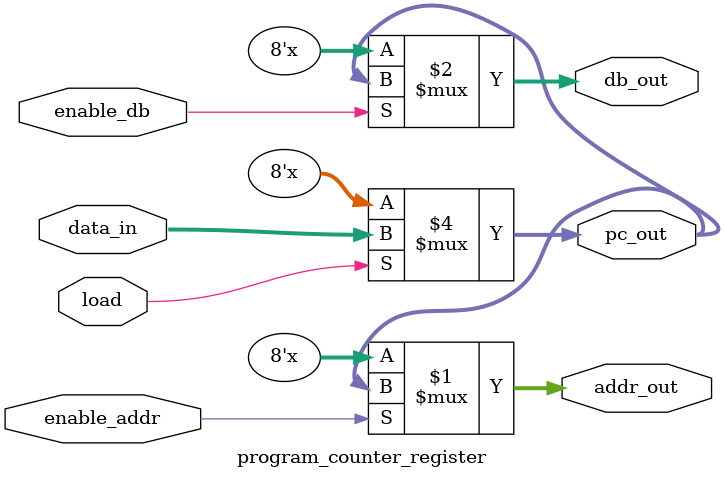
<source format=v>
/*
*                                    PROGRAM_COUNTER_REGISTER
*
*                                   Copyright (c) 2021 Kevin Lynch
*                             This file is licensed under the MIT license
*
* Program counter register
* The program counter register loads data from the increment logic
* on clk_2.  It's contents are always output on pc_out.
* The contents can optionally be sent to the addr bus and sb bus.
*/
module program_counter_register(load, data_in, enable_addr, enable_db, pc_out, addr_out, db_out);
  input load;                //load register from data_in
  input [7:0] data_in;       //data from increment logic
  input enable_addr;         //place contents onto address data bus
  input enable_db;           //place contents onto internal data bus
  output reg [7:0] pc_out;   //driven with register contents
  output [7:0] addr_out;     //driven with register contents when enable_addr is high
  output [7:0] db_out;       //driven with register contents when enable_db is high

  assign addr_out = (enable_addr) ? pc_out : 8'bz;
  assign db_out = (enable_db) ? pc_out : 8'bz;

  //load register if load is address_bus_high_register
  always @(load or data_in)
    if (load)
      pc_out <= data_in;

endmodule

</source>
